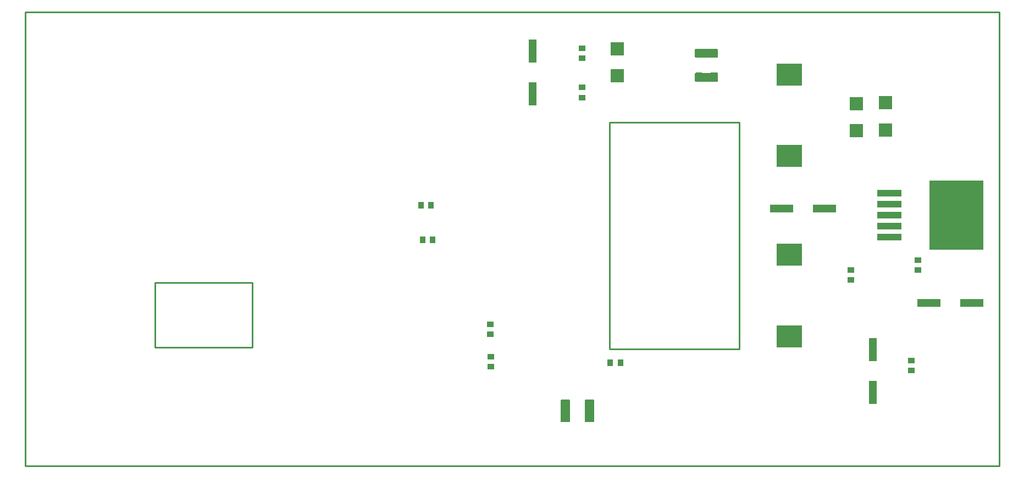
<source format=gtp>
G04*
G04 #@! TF.GenerationSoftware,Altium Limited,Altium Designer,19.0.4 (130)*
G04*
G04 Layer_Color=8421504*
%FSTAX44Y44*%
%MOMM*%
G71*
G01*
G75*
%ADD10C,0.2540*%
%ADD15R,0.9300X0.9800*%
%ADD16R,0.9800X0.9300*%
%ADD17R,1.2600X3.6100*%
%ADD18R,3.6100X1.2600*%
%ADD19R,2.0000X2.0000*%
%ADD20R,8.4000X10.6500*%
%ADD21R,3.8000X1.0500*%
%ADD22R,1.4067X3.4992*%
%ADD23R,3.9200X3.4240*%
%ADD24R,3.4992X1.4067*%
G36*
X00839095Y00101272D02*
X00839095Y00091725D01*
X00838095Y00090725D01*
X00835313D01*
X00834313Y00089725D01*
Y00079827D01*
X00835313Y00078827D01*
X00838095Y00078827D01*
X00839095Y00077827D01*
Y0006828D01*
X00838095Y0006728D01*
X00826029D01*
X00825029Y0006828D01*
Y00101272D01*
X00826029Y00102272D01*
X00838095Y00102272D01*
X00839095Y00101272D01*
D02*
G37*
G36*
X00862095D02*
Y00091725D01*
X00863095Y00090725D01*
X00865878D01*
X00866878Y00089725D01*
X00866878Y00079827D01*
X00865878Y00078827D01*
X00863095D01*
X00862095Y00077827D01*
Y0006828D01*
X00863095Y0006728D01*
X00875162D01*
X00876162Y0006828D01*
Y00101272D01*
X00875162Y00102272D01*
X00863095Y00102272D01*
X00862095Y00101272D01*
D02*
G37*
G36*
X01032728Y006065D02*
X01042275Y006065D01*
X01043275Y006055D01*
Y00602717D01*
X01044275Y00601717D01*
X01054173Y00601717D01*
X01055173Y00602717D01*
X01055173Y006055D01*
X01056173Y006065D01*
X0106572D01*
X0106672Y006055D01*
Y00593433D01*
X0106572Y00592433D01*
X01032728D01*
X01031728Y00593433D01*
X01031728Y006055D01*
X01032728Y006065D01*
D02*
G37*
G36*
Y006295D02*
X01042275D01*
X01043275Y006305D01*
Y00633283D01*
X01044275Y00634283D01*
X01054173Y00634283D01*
X01055173Y00633283D01*
Y006305D01*
X01056173Y006295D01*
X0106572D01*
X0106672Y006305D01*
Y00642567D01*
X0106572Y00643567D01*
X01032728D01*
X01031728Y00642567D01*
Y006305D01*
X01032728Y006295D01*
D02*
G37*
D10*
X0035Y00182934D02*
Y00282934D01*
X002D02*
X0035D01*
X002Y00182934D02*
Y00282934D01*
Y00182934D02*
X0035D01*
X009Y0018D02*
Y0053D01*
X011D01*
X009Y0018D02*
X011D01*
X011D02*
Y0053D01*
X002Y00182939D02*
Y00282939D01*
Y00182939D02*
X0035D01*
Y00282944D01*
X003D02*
X0035D01*
X002D02*
X0035D01*
X0Y0D02*
Y007D01*
X015D01*
Y0D02*
Y007D01*
X0Y0D02*
X015D01*
D15*
X006277Y00348241D02*
D03*
X006123D02*
D03*
X006247Y00402D02*
D03*
X006093D02*
D03*
X009167Y00159D02*
D03*
X009013D02*
D03*
D16*
X00716Y002026D02*
D03*
Y00218D02*
D03*
X00717Y00153D02*
D03*
X00717Y001684D02*
D03*
X01375Y003023D02*
D03*
Y003177D02*
D03*
X01272Y002866D02*
D03*
X01272Y00302D02*
D03*
X00858Y005837D02*
D03*
Y005683D02*
D03*
Y00629D02*
D03*
Y006444D02*
D03*
X01365Y001627D02*
D03*
X01365Y001473D02*
D03*
D17*
X01305311Y0011352D02*
D03*
X01305311Y0017942D02*
D03*
X00782Y00574D02*
D03*
Y006399D02*
D03*
D18*
X0139225Y00251114D02*
D03*
X0145815D02*
D03*
X0123075Y00396886D02*
D03*
X0116485D02*
D03*
D19*
X0128Y00517D02*
D03*
Y00559D02*
D03*
X01325Y00518D02*
D03*
X01325Y0056D02*
D03*
X00912Y006015D02*
D03*
Y006435D02*
D03*
D20*
X01434Y00387D02*
D03*
D21*
X01331Y00353D02*
D03*
X01331Y0037D02*
D03*
Y00387D02*
D03*
Y00404D02*
D03*
Y00421D02*
D03*
D22*
X00869129Y00084776D02*
D03*
X00832062D02*
D03*
D23*
X01177Y0032556D02*
D03*
Y002D02*
D03*
Y00478D02*
D03*
Y0060356D02*
D03*
D24*
X01049224Y00636533D02*
D03*
X01049224Y00599467D02*
D03*
M02*

</source>
